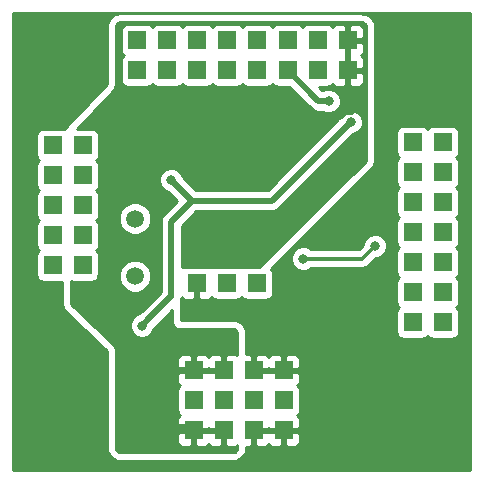
<source format=gbr>
G04 #@! TF.FileFunction,Copper,L1,Top,Signal*
%FSLAX46Y46*%
G04 Gerber Fmt 4.6, Leading zero omitted, Abs format (unit mm)*
G04 Created by KiCad (PCBNEW 0.201512211246+6391~39~ubuntu15.10.1-stable) date St 23. prosinec 2015, 13:52:33 CET*
%MOMM*%
G01*
G04 APERTURE LIST*
%ADD10C,0.150000*%
%ADD11R,1.524000X1.524000*%
%ADD12C,6.000000*%
%ADD13C,1.501140*%
%ADD14C,0.800000*%
%ADD15C,0.500000*%
%ADD16C,0.300000*%
%ADD17C,0.400000*%
%ADD18C,0.254000*%
G04 APERTURE END LIST*
D10*
D11*
X134033500Y-80202000D03*
X134033500Y-77662000D03*
X143876000Y-110682000D03*
X141336000Y-110682000D03*
X143876000Y-108142000D03*
X141336000Y-108142000D03*
X143876000Y-105602000D03*
X141336000Y-105602000D03*
X157338000Y-88838000D03*
X154798000Y-88838000D03*
X157338000Y-86298000D03*
X154798000Y-86298000D03*
X131493500Y-80202000D03*
X131493500Y-77662000D03*
X136573500Y-80202000D03*
X136573500Y-77662000D03*
X139113500Y-77662000D03*
X139113500Y-80202000D03*
X146748500Y-77660500D03*
X146748500Y-80200500D03*
X141653500Y-77662000D03*
X141653500Y-80202000D03*
X136510000Y-98236000D03*
X139050000Y-98236000D03*
X141590000Y-98236000D03*
X126858000Y-86552000D03*
X124318000Y-86552000D03*
X126858000Y-89092000D03*
X124318000Y-89092000D03*
X157338000Y-96458000D03*
X154798000Y-96458000D03*
X157338000Y-93918000D03*
X154798000Y-93918000D03*
X126858000Y-96712000D03*
X124318000Y-96712000D03*
X157338000Y-101538000D03*
X154798000Y-101538000D03*
X157338000Y-98998000D03*
X154798000Y-98998000D03*
X157338000Y-91378000D03*
X154798000Y-91378000D03*
X136256000Y-105602000D03*
X138796000Y-105602000D03*
X136256000Y-108142000D03*
X138796000Y-108142000D03*
X136256000Y-110682000D03*
X138796000Y-110682000D03*
X126858000Y-94172000D03*
X124318000Y-94172000D03*
X126858000Y-91632000D03*
X124318000Y-91632000D03*
D12*
X155560000Y-79440000D03*
X155560000Y-109920000D03*
X125080000Y-79440000D03*
X125080000Y-109920000D03*
D13*
X131303000Y-92747060D03*
X131303000Y-97628940D03*
D11*
X144208500Y-80200500D03*
X144208500Y-77660500D03*
X149288500Y-80200500D03*
X149288500Y-77660500D03*
D14*
X124079000Y-98996500D03*
X122809000Y-102298500D03*
X145542000Y-96139000D03*
X151623000Y-95061000D03*
X147701000Y-82804000D03*
X149542502Y-84582000D03*
X134351000Y-89472972D03*
X131886691Y-101808000D03*
X137731500Y-95885000D03*
X135826500Y-82931000D03*
X132334000Y-89789000D03*
X132207000Y-99504500D03*
X130937000Y-94996000D03*
X130873500Y-104219500D03*
X128333500Y-98933000D03*
X127684000Y-101030000D03*
X132700000Y-110394980D03*
X130287000Y-88711000D03*
X150431500Y-82550000D03*
X140447000Y-82869000D03*
X139431000Y-93029000D03*
X138669000Y-86298000D03*
X145337000Y-83504000D03*
X138033998Y-89600000D03*
D15*
X122809000Y-102298500D02*
X122809000Y-100266500D01*
X122809000Y-100266500D02*
X124079000Y-98996500D01*
D16*
X150545000Y-96139000D02*
X146107685Y-96139000D01*
X151623000Y-95061000D02*
X150545000Y-96139000D01*
X146107685Y-96139000D02*
X145542000Y-96139000D01*
D15*
X147135315Y-82804000D02*
X147701000Y-82804000D01*
X144208500Y-80200500D02*
X146812000Y-82804000D01*
X146812000Y-82804000D02*
X147135315Y-82804000D01*
X149142503Y-84981999D02*
X149542502Y-84582000D01*
X142885500Y-91239002D02*
X149142503Y-84981999D01*
X136117030Y-91239002D02*
X142885500Y-91239002D01*
X136117030Y-91239002D02*
X134351000Y-89472972D01*
X134351000Y-99343691D02*
X134351000Y-93005032D01*
X134351000Y-93005032D02*
X136117030Y-91239002D01*
X131886691Y-101808000D02*
X132503571Y-101191120D01*
X132503571Y-101191120D02*
X134351000Y-99343691D01*
D17*
X134351000Y-96602360D02*
X134351000Y-96031894D01*
X134351000Y-99343691D02*
X134351000Y-96602360D01*
X134351000Y-96602360D02*
X134351000Y-93005032D01*
D16*
X134351000Y-96031894D02*
X134351000Y-93005032D01*
X137731500Y-94728500D02*
X137731500Y-95319315D01*
X139431000Y-93029000D02*
X137731500Y-94728500D01*
X137731500Y-95319315D02*
X137731500Y-95885000D01*
X149145500Y-83774000D02*
X149638000Y-83774000D01*
X148665499Y-84254001D02*
X149145500Y-83774000D01*
X144610001Y-84254001D02*
X148665499Y-84254001D01*
X144130000Y-83774000D02*
X144610001Y-84254001D01*
X135888500Y-82869000D02*
X135826500Y-82931000D01*
X140447000Y-82869000D02*
X135888500Y-82869000D01*
D15*
X129921000Y-98933000D02*
X130492500Y-99504500D01*
X130492500Y-99504500D02*
X132207000Y-99504500D01*
X128333500Y-98933000D02*
X129921000Y-98933000D01*
X128333500Y-98933000D02*
X128333500Y-97599500D01*
X128333500Y-97599500D02*
X130937000Y-94996000D01*
X130873500Y-104219500D02*
X127684000Y-101030000D01*
X132700000Y-110394980D02*
X135968980Y-110394980D01*
X135968980Y-110394980D02*
X136256000Y-110682000D01*
X136256000Y-105602000D02*
X134994000Y-105602000D01*
X134994000Y-105602000D02*
X132700000Y-107896000D01*
X132700000Y-107896000D02*
X132700000Y-108645300D01*
X132700000Y-108645300D02*
X132700000Y-110394980D01*
D16*
X136256000Y-110682000D02*
X135194000Y-110682000D01*
X141012685Y-82869000D02*
X140447000Y-82869000D01*
X143225000Y-82869000D02*
X141012685Y-82869000D01*
X144130000Y-83774000D02*
X143225000Y-82869000D01*
X138669000Y-86298000D02*
X138669000Y-86863685D01*
X138669000Y-86863685D02*
X138669000Y-86679000D01*
X138433997Y-89200001D02*
X138033998Y-89600000D01*
X143859998Y-83774000D02*
X138433997Y-89200001D01*
X144130000Y-83774000D02*
X143859998Y-83774000D01*
D18*
G36*
X159676000Y-114036000D02*
X120964000Y-114036000D01*
X120964000Y-85790000D01*
X122908560Y-85790000D01*
X122908560Y-87314000D01*
X122952838Y-87549317D01*
X123091910Y-87765441D01*
X123173770Y-87821374D01*
X123104559Y-87865910D01*
X122959569Y-88078110D01*
X122908560Y-88330000D01*
X122908560Y-89854000D01*
X122952838Y-90089317D01*
X123091910Y-90305441D01*
X123173770Y-90361374D01*
X123104559Y-90405910D01*
X122959569Y-90618110D01*
X122908560Y-90870000D01*
X122908560Y-92394000D01*
X122952838Y-92629317D01*
X123091910Y-92845441D01*
X123173770Y-92901374D01*
X123104559Y-92945910D01*
X122959569Y-93158110D01*
X122908560Y-93410000D01*
X122908560Y-94934000D01*
X122952838Y-95169317D01*
X123091910Y-95385441D01*
X123173770Y-95441374D01*
X123104559Y-95485910D01*
X122959569Y-95698110D01*
X122908560Y-95950000D01*
X122908560Y-97474000D01*
X122952838Y-97709317D01*
X123091910Y-97925441D01*
X123304110Y-98070431D01*
X123556000Y-98121440D01*
X125080000Y-98121440D01*
X125095000Y-98118618D01*
X125095000Y-99827481D01*
X125100687Y-99912276D01*
X125118519Y-100044618D01*
X125163408Y-100208165D01*
X125215633Y-100331066D01*
X125302206Y-100476893D01*
X125385098Y-100581589D01*
X125442195Y-100644542D01*
X128905000Y-103983357D01*
X128905000Y-112149000D01*
X128917201Y-112272881D01*
X128955261Y-112464223D01*
X129050078Y-112693132D01*
X129158465Y-112855343D01*
X129333657Y-113030535D01*
X129495868Y-113138922D01*
X129724777Y-113233739D01*
X129916119Y-113271799D01*
X130040000Y-113284000D01*
X139581000Y-113284000D01*
X139704881Y-113271799D01*
X139896223Y-113233739D01*
X140125132Y-113138922D01*
X140287343Y-113030535D01*
X140462535Y-112855343D01*
X140570922Y-112693132D01*
X140665739Y-112464223D01*
X140703799Y-112272881D01*
X140716000Y-112149000D01*
X140716000Y-112079000D01*
X141050250Y-112079000D01*
X141209000Y-111920250D01*
X141209000Y-110809000D01*
X141463000Y-110809000D01*
X141463000Y-111920250D01*
X141621750Y-112079000D01*
X142224309Y-112079000D01*
X142457698Y-111982327D01*
X142606000Y-111834026D01*
X142754302Y-111982327D01*
X142987691Y-112079000D01*
X143590250Y-112079000D01*
X143749000Y-111920250D01*
X143749000Y-110809000D01*
X144003000Y-110809000D01*
X144003000Y-111920250D01*
X144161750Y-112079000D01*
X144764309Y-112079000D01*
X144997698Y-111982327D01*
X145176327Y-111803699D01*
X145273000Y-111570310D01*
X145273000Y-110967750D01*
X145114250Y-110809000D01*
X144003000Y-110809000D01*
X143749000Y-110809000D01*
X142637750Y-110809000D01*
X142606000Y-110840750D01*
X142574250Y-110809000D01*
X141463000Y-110809000D01*
X141209000Y-110809000D01*
X141189000Y-110809000D01*
X141189000Y-110555000D01*
X141209000Y-110555000D01*
X141209000Y-110535000D01*
X141463000Y-110535000D01*
X141463000Y-110555000D01*
X142574250Y-110555000D01*
X142606000Y-110523250D01*
X142637750Y-110555000D01*
X143749000Y-110555000D01*
X143749000Y-110535000D01*
X144003000Y-110535000D01*
X144003000Y-110555000D01*
X145114250Y-110555000D01*
X145273000Y-110396250D01*
X145273000Y-109793690D01*
X145176327Y-109560301D01*
X145025354Y-109409329D01*
X145089441Y-109368090D01*
X145234431Y-109155890D01*
X145285440Y-108904000D01*
X145285440Y-107380000D01*
X145241162Y-107144683D01*
X145102090Y-106928559D01*
X145024489Y-106875536D01*
X145176327Y-106723699D01*
X145273000Y-106490310D01*
X145273000Y-105887750D01*
X145114250Y-105729000D01*
X144003000Y-105729000D01*
X144003000Y-105749000D01*
X143749000Y-105749000D01*
X143749000Y-105729000D01*
X142637750Y-105729000D01*
X142606000Y-105760750D01*
X142574250Y-105729000D01*
X141463000Y-105729000D01*
X141463000Y-105749000D01*
X141209000Y-105749000D01*
X141209000Y-105729000D01*
X141189000Y-105729000D01*
X141189000Y-105475000D01*
X141209000Y-105475000D01*
X141209000Y-104363750D01*
X141463000Y-104363750D01*
X141463000Y-105475000D01*
X142574250Y-105475000D01*
X142606000Y-105443250D01*
X142637750Y-105475000D01*
X143749000Y-105475000D01*
X143749000Y-104363750D01*
X144003000Y-104363750D01*
X144003000Y-105475000D01*
X145114250Y-105475000D01*
X145273000Y-105316250D01*
X145273000Y-104713690D01*
X145176327Y-104480301D01*
X144997698Y-104301673D01*
X144764309Y-104205000D01*
X144161750Y-104205000D01*
X144003000Y-104363750D01*
X143749000Y-104363750D01*
X143590250Y-104205000D01*
X142987691Y-104205000D01*
X142754302Y-104301673D01*
X142606000Y-104449974D01*
X142457698Y-104301673D01*
X142224309Y-104205000D01*
X141621750Y-104205000D01*
X141463000Y-104363750D01*
X141209000Y-104363750D01*
X141050250Y-104205000D01*
X140716000Y-104205000D01*
X140716000Y-102467790D01*
X140708132Y-102368138D01*
X140683504Y-102213148D01*
X140621723Y-102023657D01*
X140550264Y-101883936D01*
X140432787Y-101722931D01*
X140321537Y-101612243D01*
X140159941Y-101495584D01*
X140019860Y-101424833D01*
X139830061Y-101364012D01*
X139674948Y-101340168D01*
X139575255Y-101332804D01*
X135191500Y-101354992D01*
X135191500Y-99567408D01*
X135229309Y-99377334D01*
X135388301Y-99536327D01*
X135621690Y-99633000D01*
X136224250Y-99633000D01*
X136383000Y-99474250D01*
X136383000Y-98363000D01*
X136363000Y-98363000D01*
X136363000Y-98109000D01*
X136383000Y-98109000D01*
X136383000Y-98089000D01*
X136637000Y-98089000D01*
X136637000Y-98109000D01*
X136657000Y-98109000D01*
X136657000Y-98363000D01*
X136637000Y-98363000D01*
X136637000Y-99474250D01*
X136795750Y-99633000D01*
X137398310Y-99633000D01*
X137631699Y-99536327D01*
X137782671Y-99385354D01*
X137823910Y-99449441D01*
X138036110Y-99594431D01*
X138288000Y-99645440D01*
X139812000Y-99645440D01*
X140047317Y-99601162D01*
X140263441Y-99462090D01*
X140319374Y-99380230D01*
X140363910Y-99449441D01*
X140576110Y-99594431D01*
X140828000Y-99645440D01*
X142352000Y-99645440D01*
X142587317Y-99601162D01*
X142803441Y-99462090D01*
X142948431Y-99249890D01*
X142999440Y-98998000D01*
X142999440Y-97474000D01*
X142955162Y-97238683D01*
X142816090Y-97022559D01*
X142784692Y-97001106D01*
X143443055Y-96343971D01*
X144506821Y-96343971D01*
X144664058Y-96724515D01*
X144954954Y-97015919D01*
X145335223Y-97173820D01*
X145746971Y-97174179D01*
X146127515Y-97016942D01*
X146220619Y-96924000D01*
X150545000Y-96924000D01*
X150845407Y-96864245D01*
X151100079Y-96694079D01*
X151698092Y-96096066D01*
X151827971Y-96096179D01*
X152208515Y-95938942D01*
X152499919Y-95648046D01*
X152657820Y-95267777D01*
X152658179Y-94856029D01*
X152500942Y-94475485D01*
X152210046Y-94184081D01*
X151829777Y-94026180D01*
X151418029Y-94025821D01*
X151037485Y-94183058D01*
X150746081Y-94473954D01*
X150588180Y-94854223D01*
X150588065Y-94985777D01*
X150219842Y-95354000D01*
X146220805Y-95354000D01*
X146129046Y-95262081D01*
X145748777Y-95104180D01*
X145337029Y-95103821D01*
X144956485Y-95261058D01*
X144665081Y-95551954D01*
X144507180Y-95932223D01*
X144506821Y-96343971D01*
X143443055Y-96343971D01*
X151289816Y-88511857D01*
X151344701Y-88449380D01*
X151424335Y-88345766D01*
X151507407Y-88202090D01*
X151557473Y-88081380D01*
X151600478Y-87921082D01*
X151617555Y-87791523D01*
X151623000Y-87708542D01*
X151623000Y-85536000D01*
X153388560Y-85536000D01*
X153388560Y-87060000D01*
X153432838Y-87295317D01*
X153571910Y-87511441D01*
X153653770Y-87567374D01*
X153584559Y-87611910D01*
X153439569Y-87824110D01*
X153388560Y-88076000D01*
X153388560Y-89600000D01*
X153432838Y-89835317D01*
X153571910Y-90051441D01*
X153653770Y-90107374D01*
X153584559Y-90151910D01*
X153439569Y-90364110D01*
X153388560Y-90616000D01*
X153388560Y-92140000D01*
X153432838Y-92375317D01*
X153571910Y-92591441D01*
X153653770Y-92647374D01*
X153584559Y-92691910D01*
X153439569Y-92904110D01*
X153388560Y-93156000D01*
X153388560Y-94680000D01*
X153432838Y-94915317D01*
X153571910Y-95131441D01*
X153653770Y-95187374D01*
X153584559Y-95231910D01*
X153439569Y-95444110D01*
X153388560Y-95696000D01*
X153388560Y-97220000D01*
X153432838Y-97455317D01*
X153571910Y-97671441D01*
X153653770Y-97727374D01*
X153584559Y-97771910D01*
X153439569Y-97984110D01*
X153388560Y-98236000D01*
X153388560Y-99760000D01*
X153432838Y-99995317D01*
X153571910Y-100211441D01*
X153653770Y-100267374D01*
X153584559Y-100311910D01*
X153439569Y-100524110D01*
X153388560Y-100776000D01*
X153388560Y-102300000D01*
X153432838Y-102535317D01*
X153571910Y-102751441D01*
X153784110Y-102896431D01*
X154036000Y-102947440D01*
X155560000Y-102947440D01*
X155795317Y-102903162D01*
X156011441Y-102764090D01*
X156067374Y-102682230D01*
X156111910Y-102751441D01*
X156324110Y-102896431D01*
X156576000Y-102947440D01*
X158100000Y-102947440D01*
X158335317Y-102903162D01*
X158551441Y-102764090D01*
X158696431Y-102551890D01*
X158747440Y-102300000D01*
X158747440Y-100776000D01*
X158703162Y-100540683D01*
X158564090Y-100324559D01*
X158482230Y-100268626D01*
X158551441Y-100224090D01*
X158696431Y-100011890D01*
X158747440Y-99760000D01*
X158747440Y-98236000D01*
X158703162Y-98000683D01*
X158564090Y-97784559D01*
X158482230Y-97728626D01*
X158551441Y-97684090D01*
X158696431Y-97471890D01*
X158747440Y-97220000D01*
X158747440Y-95696000D01*
X158703162Y-95460683D01*
X158564090Y-95244559D01*
X158482230Y-95188626D01*
X158551441Y-95144090D01*
X158696431Y-94931890D01*
X158747440Y-94680000D01*
X158747440Y-93156000D01*
X158703162Y-92920683D01*
X158564090Y-92704559D01*
X158482230Y-92648626D01*
X158551441Y-92604090D01*
X158696431Y-92391890D01*
X158747440Y-92140000D01*
X158747440Y-90616000D01*
X158703162Y-90380683D01*
X158564090Y-90164559D01*
X158482230Y-90108626D01*
X158551441Y-90064090D01*
X158696431Y-89851890D01*
X158747440Y-89600000D01*
X158747440Y-88076000D01*
X158703162Y-87840683D01*
X158564090Y-87624559D01*
X158482230Y-87568626D01*
X158551441Y-87524090D01*
X158696431Y-87311890D01*
X158747440Y-87060000D01*
X158747440Y-85536000D01*
X158703162Y-85300683D01*
X158564090Y-85084559D01*
X158351890Y-84939569D01*
X158100000Y-84888560D01*
X156576000Y-84888560D01*
X156340683Y-84932838D01*
X156124559Y-85071910D01*
X156068626Y-85153770D01*
X156024090Y-85084559D01*
X155811890Y-84939569D01*
X155560000Y-84888560D01*
X154036000Y-84888560D01*
X153800683Y-84932838D01*
X153584559Y-85071910D01*
X153439569Y-85284110D01*
X153388560Y-85536000D01*
X151623000Y-85536000D01*
X151623000Y-76510964D01*
X151610800Y-76387086D01*
X151572743Y-76195753D01*
X151477936Y-75966858D01*
X151369559Y-75804651D01*
X151194377Y-75629456D01*
X151032177Y-75521067D01*
X150803289Y-75426245D01*
X150611959Y-75388174D01*
X150488081Y-75375964D01*
X130040081Y-75374509D01*
X129940740Y-75382321D01*
X129786223Y-75406784D01*
X129597263Y-75468168D01*
X129457869Y-75539184D01*
X129297130Y-75655957D01*
X129186505Y-75766573D01*
X129069717Y-75927308D01*
X128998691Y-76066697D01*
X128937293Y-76255653D01*
X128912819Y-76410169D01*
X128905000Y-76509509D01*
X128905000Y-81358795D01*
X128903824Y-81364911D01*
X128900463Y-81370156D01*
X125407195Y-85046622D01*
X125332885Y-85141413D01*
X125303188Y-85187757D01*
X125080000Y-85142560D01*
X123556000Y-85142560D01*
X123320683Y-85186838D01*
X123104559Y-85325910D01*
X122959569Y-85538110D01*
X122908560Y-85790000D01*
X120964000Y-85790000D01*
X120964000Y-75324000D01*
X159676000Y-75324000D01*
X159676000Y-114036000D01*
X159676000Y-114036000D01*
G37*
X159676000Y-114036000D02*
X120964000Y-114036000D01*
X120964000Y-85790000D01*
X122908560Y-85790000D01*
X122908560Y-87314000D01*
X122952838Y-87549317D01*
X123091910Y-87765441D01*
X123173770Y-87821374D01*
X123104559Y-87865910D01*
X122959569Y-88078110D01*
X122908560Y-88330000D01*
X122908560Y-89854000D01*
X122952838Y-90089317D01*
X123091910Y-90305441D01*
X123173770Y-90361374D01*
X123104559Y-90405910D01*
X122959569Y-90618110D01*
X122908560Y-90870000D01*
X122908560Y-92394000D01*
X122952838Y-92629317D01*
X123091910Y-92845441D01*
X123173770Y-92901374D01*
X123104559Y-92945910D01*
X122959569Y-93158110D01*
X122908560Y-93410000D01*
X122908560Y-94934000D01*
X122952838Y-95169317D01*
X123091910Y-95385441D01*
X123173770Y-95441374D01*
X123104559Y-95485910D01*
X122959569Y-95698110D01*
X122908560Y-95950000D01*
X122908560Y-97474000D01*
X122952838Y-97709317D01*
X123091910Y-97925441D01*
X123304110Y-98070431D01*
X123556000Y-98121440D01*
X125080000Y-98121440D01*
X125095000Y-98118618D01*
X125095000Y-99827481D01*
X125100687Y-99912276D01*
X125118519Y-100044618D01*
X125163408Y-100208165D01*
X125215633Y-100331066D01*
X125302206Y-100476893D01*
X125385098Y-100581589D01*
X125442195Y-100644542D01*
X128905000Y-103983357D01*
X128905000Y-112149000D01*
X128917201Y-112272881D01*
X128955261Y-112464223D01*
X129050078Y-112693132D01*
X129158465Y-112855343D01*
X129333657Y-113030535D01*
X129495868Y-113138922D01*
X129724777Y-113233739D01*
X129916119Y-113271799D01*
X130040000Y-113284000D01*
X139581000Y-113284000D01*
X139704881Y-113271799D01*
X139896223Y-113233739D01*
X140125132Y-113138922D01*
X140287343Y-113030535D01*
X140462535Y-112855343D01*
X140570922Y-112693132D01*
X140665739Y-112464223D01*
X140703799Y-112272881D01*
X140716000Y-112149000D01*
X140716000Y-112079000D01*
X141050250Y-112079000D01*
X141209000Y-111920250D01*
X141209000Y-110809000D01*
X141463000Y-110809000D01*
X141463000Y-111920250D01*
X141621750Y-112079000D01*
X142224309Y-112079000D01*
X142457698Y-111982327D01*
X142606000Y-111834026D01*
X142754302Y-111982327D01*
X142987691Y-112079000D01*
X143590250Y-112079000D01*
X143749000Y-111920250D01*
X143749000Y-110809000D01*
X144003000Y-110809000D01*
X144003000Y-111920250D01*
X144161750Y-112079000D01*
X144764309Y-112079000D01*
X144997698Y-111982327D01*
X145176327Y-111803699D01*
X145273000Y-111570310D01*
X145273000Y-110967750D01*
X145114250Y-110809000D01*
X144003000Y-110809000D01*
X143749000Y-110809000D01*
X142637750Y-110809000D01*
X142606000Y-110840750D01*
X142574250Y-110809000D01*
X141463000Y-110809000D01*
X141209000Y-110809000D01*
X141189000Y-110809000D01*
X141189000Y-110555000D01*
X141209000Y-110555000D01*
X141209000Y-110535000D01*
X141463000Y-110535000D01*
X141463000Y-110555000D01*
X142574250Y-110555000D01*
X142606000Y-110523250D01*
X142637750Y-110555000D01*
X143749000Y-110555000D01*
X143749000Y-110535000D01*
X144003000Y-110535000D01*
X144003000Y-110555000D01*
X145114250Y-110555000D01*
X145273000Y-110396250D01*
X145273000Y-109793690D01*
X145176327Y-109560301D01*
X145025354Y-109409329D01*
X145089441Y-109368090D01*
X145234431Y-109155890D01*
X145285440Y-108904000D01*
X145285440Y-107380000D01*
X145241162Y-107144683D01*
X145102090Y-106928559D01*
X145024489Y-106875536D01*
X145176327Y-106723699D01*
X145273000Y-106490310D01*
X145273000Y-105887750D01*
X145114250Y-105729000D01*
X144003000Y-105729000D01*
X144003000Y-105749000D01*
X143749000Y-105749000D01*
X143749000Y-105729000D01*
X142637750Y-105729000D01*
X142606000Y-105760750D01*
X142574250Y-105729000D01*
X141463000Y-105729000D01*
X141463000Y-105749000D01*
X141209000Y-105749000D01*
X141209000Y-105729000D01*
X141189000Y-105729000D01*
X141189000Y-105475000D01*
X141209000Y-105475000D01*
X141209000Y-104363750D01*
X141463000Y-104363750D01*
X141463000Y-105475000D01*
X142574250Y-105475000D01*
X142606000Y-105443250D01*
X142637750Y-105475000D01*
X143749000Y-105475000D01*
X143749000Y-104363750D01*
X144003000Y-104363750D01*
X144003000Y-105475000D01*
X145114250Y-105475000D01*
X145273000Y-105316250D01*
X145273000Y-104713690D01*
X145176327Y-104480301D01*
X144997698Y-104301673D01*
X144764309Y-104205000D01*
X144161750Y-104205000D01*
X144003000Y-104363750D01*
X143749000Y-104363750D01*
X143590250Y-104205000D01*
X142987691Y-104205000D01*
X142754302Y-104301673D01*
X142606000Y-104449974D01*
X142457698Y-104301673D01*
X142224309Y-104205000D01*
X141621750Y-104205000D01*
X141463000Y-104363750D01*
X141209000Y-104363750D01*
X141050250Y-104205000D01*
X140716000Y-104205000D01*
X140716000Y-102467790D01*
X140708132Y-102368138D01*
X140683504Y-102213148D01*
X140621723Y-102023657D01*
X140550264Y-101883936D01*
X140432787Y-101722931D01*
X140321537Y-101612243D01*
X140159941Y-101495584D01*
X140019860Y-101424833D01*
X139830061Y-101364012D01*
X139674948Y-101340168D01*
X139575255Y-101332804D01*
X135191500Y-101354992D01*
X135191500Y-99567408D01*
X135229309Y-99377334D01*
X135388301Y-99536327D01*
X135621690Y-99633000D01*
X136224250Y-99633000D01*
X136383000Y-99474250D01*
X136383000Y-98363000D01*
X136363000Y-98363000D01*
X136363000Y-98109000D01*
X136383000Y-98109000D01*
X136383000Y-98089000D01*
X136637000Y-98089000D01*
X136637000Y-98109000D01*
X136657000Y-98109000D01*
X136657000Y-98363000D01*
X136637000Y-98363000D01*
X136637000Y-99474250D01*
X136795750Y-99633000D01*
X137398310Y-99633000D01*
X137631699Y-99536327D01*
X137782671Y-99385354D01*
X137823910Y-99449441D01*
X138036110Y-99594431D01*
X138288000Y-99645440D01*
X139812000Y-99645440D01*
X140047317Y-99601162D01*
X140263441Y-99462090D01*
X140319374Y-99380230D01*
X140363910Y-99449441D01*
X140576110Y-99594431D01*
X140828000Y-99645440D01*
X142352000Y-99645440D01*
X142587317Y-99601162D01*
X142803441Y-99462090D01*
X142948431Y-99249890D01*
X142999440Y-98998000D01*
X142999440Y-97474000D01*
X142955162Y-97238683D01*
X142816090Y-97022559D01*
X142784692Y-97001106D01*
X143443055Y-96343971D01*
X144506821Y-96343971D01*
X144664058Y-96724515D01*
X144954954Y-97015919D01*
X145335223Y-97173820D01*
X145746971Y-97174179D01*
X146127515Y-97016942D01*
X146220619Y-96924000D01*
X150545000Y-96924000D01*
X150845407Y-96864245D01*
X151100079Y-96694079D01*
X151698092Y-96096066D01*
X151827971Y-96096179D01*
X152208515Y-95938942D01*
X152499919Y-95648046D01*
X152657820Y-95267777D01*
X152658179Y-94856029D01*
X152500942Y-94475485D01*
X152210046Y-94184081D01*
X151829777Y-94026180D01*
X151418029Y-94025821D01*
X151037485Y-94183058D01*
X150746081Y-94473954D01*
X150588180Y-94854223D01*
X150588065Y-94985777D01*
X150219842Y-95354000D01*
X146220805Y-95354000D01*
X146129046Y-95262081D01*
X145748777Y-95104180D01*
X145337029Y-95103821D01*
X144956485Y-95261058D01*
X144665081Y-95551954D01*
X144507180Y-95932223D01*
X144506821Y-96343971D01*
X143443055Y-96343971D01*
X151289816Y-88511857D01*
X151344701Y-88449380D01*
X151424335Y-88345766D01*
X151507407Y-88202090D01*
X151557473Y-88081380D01*
X151600478Y-87921082D01*
X151617555Y-87791523D01*
X151623000Y-87708542D01*
X151623000Y-85536000D01*
X153388560Y-85536000D01*
X153388560Y-87060000D01*
X153432838Y-87295317D01*
X153571910Y-87511441D01*
X153653770Y-87567374D01*
X153584559Y-87611910D01*
X153439569Y-87824110D01*
X153388560Y-88076000D01*
X153388560Y-89600000D01*
X153432838Y-89835317D01*
X153571910Y-90051441D01*
X153653770Y-90107374D01*
X153584559Y-90151910D01*
X153439569Y-90364110D01*
X153388560Y-90616000D01*
X153388560Y-92140000D01*
X153432838Y-92375317D01*
X153571910Y-92591441D01*
X153653770Y-92647374D01*
X153584559Y-92691910D01*
X153439569Y-92904110D01*
X153388560Y-93156000D01*
X153388560Y-94680000D01*
X153432838Y-94915317D01*
X153571910Y-95131441D01*
X153653770Y-95187374D01*
X153584559Y-95231910D01*
X153439569Y-95444110D01*
X153388560Y-95696000D01*
X153388560Y-97220000D01*
X153432838Y-97455317D01*
X153571910Y-97671441D01*
X153653770Y-97727374D01*
X153584559Y-97771910D01*
X153439569Y-97984110D01*
X153388560Y-98236000D01*
X153388560Y-99760000D01*
X153432838Y-99995317D01*
X153571910Y-100211441D01*
X153653770Y-100267374D01*
X153584559Y-100311910D01*
X153439569Y-100524110D01*
X153388560Y-100776000D01*
X153388560Y-102300000D01*
X153432838Y-102535317D01*
X153571910Y-102751441D01*
X153784110Y-102896431D01*
X154036000Y-102947440D01*
X155560000Y-102947440D01*
X155795317Y-102903162D01*
X156011441Y-102764090D01*
X156067374Y-102682230D01*
X156111910Y-102751441D01*
X156324110Y-102896431D01*
X156576000Y-102947440D01*
X158100000Y-102947440D01*
X158335317Y-102903162D01*
X158551441Y-102764090D01*
X158696431Y-102551890D01*
X158747440Y-102300000D01*
X158747440Y-100776000D01*
X158703162Y-100540683D01*
X158564090Y-100324559D01*
X158482230Y-100268626D01*
X158551441Y-100224090D01*
X158696431Y-100011890D01*
X158747440Y-99760000D01*
X158747440Y-98236000D01*
X158703162Y-98000683D01*
X158564090Y-97784559D01*
X158482230Y-97728626D01*
X158551441Y-97684090D01*
X158696431Y-97471890D01*
X158747440Y-97220000D01*
X158747440Y-95696000D01*
X158703162Y-95460683D01*
X158564090Y-95244559D01*
X158482230Y-95188626D01*
X158551441Y-95144090D01*
X158696431Y-94931890D01*
X158747440Y-94680000D01*
X158747440Y-93156000D01*
X158703162Y-92920683D01*
X158564090Y-92704559D01*
X158482230Y-92648626D01*
X158551441Y-92604090D01*
X158696431Y-92391890D01*
X158747440Y-92140000D01*
X158747440Y-90616000D01*
X158703162Y-90380683D01*
X158564090Y-90164559D01*
X158482230Y-90108626D01*
X158551441Y-90064090D01*
X158696431Y-89851890D01*
X158747440Y-89600000D01*
X158747440Y-88076000D01*
X158703162Y-87840683D01*
X158564090Y-87624559D01*
X158482230Y-87568626D01*
X158551441Y-87524090D01*
X158696431Y-87311890D01*
X158747440Y-87060000D01*
X158747440Y-85536000D01*
X158703162Y-85300683D01*
X158564090Y-85084559D01*
X158351890Y-84939569D01*
X158100000Y-84888560D01*
X156576000Y-84888560D01*
X156340683Y-84932838D01*
X156124559Y-85071910D01*
X156068626Y-85153770D01*
X156024090Y-85084559D01*
X155811890Y-84939569D01*
X155560000Y-84888560D01*
X154036000Y-84888560D01*
X153800683Y-84932838D01*
X153584559Y-85071910D01*
X153439569Y-85284110D01*
X153388560Y-85536000D01*
X151623000Y-85536000D01*
X151623000Y-76510964D01*
X151610800Y-76387086D01*
X151572743Y-76195753D01*
X151477936Y-75966858D01*
X151369559Y-75804651D01*
X151194377Y-75629456D01*
X151032177Y-75521067D01*
X150803289Y-75426245D01*
X150611959Y-75388174D01*
X150488081Y-75375964D01*
X130040081Y-75374509D01*
X129940740Y-75382321D01*
X129786223Y-75406784D01*
X129597263Y-75468168D01*
X129457869Y-75539184D01*
X129297130Y-75655957D01*
X129186505Y-75766573D01*
X129069717Y-75927308D01*
X128998691Y-76066697D01*
X128937293Y-76255653D01*
X128912819Y-76410169D01*
X128905000Y-76509509D01*
X128905000Y-81358795D01*
X128903824Y-81364911D01*
X128900463Y-81370156D01*
X125407195Y-85046622D01*
X125332885Y-85141413D01*
X125303188Y-85187757D01*
X125080000Y-85142560D01*
X123556000Y-85142560D01*
X123320683Y-85186838D01*
X123104559Y-85325910D01*
X122959569Y-85538110D01*
X122908560Y-85790000D01*
X120964000Y-85790000D01*
X120964000Y-75324000D01*
X159676000Y-75324000D01*
X159676000Y-114036000D01*
G36*
X150475519Y-76137963D02*
X150629806Y-76168663D01*
X150750000Y-76248982D01*
X150830311Y-76369183D01*
X150861000Y-76523473D01*
X150861000Y-87700208D01*
X150847200Y-87804908D01*
X150809960Y-87894692D01*
X150745605Y-87978427D01*
X141988013Y-96719672D01*
X141857300Y-96806879D01*
X141758237Y-96826560D01*
X140828000Y-96826560D01*
X140769859Y-96837500D01*
X139866023Y-96837500D01*
X139812000Y-96826560D01*
X138288000Y-96826560D01*
X138229859Y-96837500D01*
X137326023Y-96837500D01*
X137272000Y-96826560D01*
X135748000Y-96826560D01*
X135689859Y-96837500D01*
X135236000Y-96837500D01*
X135236000Y-93371612D01*
X136483609Y-92124002D01*
X142885495Y-92124002D01*
X142885500Y-92124003D01*
X143167984Y-92067812D01*
X143224175Y-92056635D01*
X143511290Y-91864792D01*
X143511291Y-91864791D01*
X149766949Y-85609132D01*
X150128017Y-85459942D01*
X150419421Y-85169046D01*
X150577322Y-84788777D01*
X150577681Y-84377029D01*
X150420444Y-83996485D01*
X150129548Y-83705081D01*
X149749279Y-83547180D01*
X149337531Y-83546821D01*
X148956987Y-83704058D01*
X148665583Y-83994954D01*
X148514770Y-84358153D01*
X142518920Y-90354002D01*
X136483609Y-90354002D01*
X135378131Y-89248523D01*
X135228942Y-88887457D01*
X134938046Y-88596053D01*
X134557777Y-88438152D01*
X134146029Y-88437793D01*
X133765485Y-88595030D01*
X133474081Y-88885926D01*
X133316180Y-89266195D01*
X133315821Y-89677943D01*
X133473058Y-90058487D01*
X133763954Y-90349891D01*
X134127152Y-90500703D01*
X134865451Y-91239002D01*
X133725210Y-92379242D01*
X133533367Y-92666357D01*
X133533367Y-92666358D01*
X133465999Y-93005032D01*
X133466000Y-93005037D01*
X133466000Y-98977112D01*
X131877781Y-100565330D01*
X131877779Y-100565333D01*
X131662243Y-100780869D01*
X131301176Y-100930058D01*
X131009772Y-101220954D01*
X130851871Y-101601223D01*
X130851512Y-102012971D01*
X131008749Y-102393515D01*
X131299645Y-102684919D01*
X131679914Y-102842820D01*
X132091662Y-102843179D01*
X132472206Y-102685942D01*
X132763610Y-102395046D01*
X132914423Y-102031848D01*
X133129358Y-101816912D01*
X133129361Y-101816910D01*
X134429500Y-100516770D01*
X134429500Y-101490677D01*
X134431074Y-101510607D01*
X134455702Y-101665597D01*
X134468058Y-101703496D01*
X134539517Y-101843217D01*
X134563012Y-101875418D01*
X134674262Y-101986106D01*
X134706581Y-102009437D01*
X134846662Y-102080188D01*
X134884622Y-102092353D01*
X135039735Y-102116197D01*
X135059674Y-102117669D01*
X139569079Y-102094845D01*
X139694342Y-102114100D01*
X139798393Y-102166654D01*
X139881032Y-102248876D01*
X139934113Y-102352663D01*
X139954000Y-102477814D01*
X139954000Y-104337975D01*
X139917698Y-104301673D01*
X139684309Y-104205000D01*
X139081750Y-104205000D01*
X138923000Y-104363750D01*
X138923000Y-105475000D01*
X138943000Y-105475000D01*
X138943000Y-105729000D01*
X138923000Y-105729000D01*
X138923000Y-105749000D01*
X138669000Y-105749000D01*
X138669000Y-105729000D01*
X137557750Y-105729000D01*
X137526000Y-105760750D01*
X137494250Y-105729000D01*
X136383000Y-105729000D01*
X136383000Y-105749000D01*
X136129000Y-105749000D01*
X136129000Y-105729000D01*
X135017750Y-105729000D01*
X134859000Y-105887750D01*
X134859000Y-106490310D01*
X134955673Y-106723699D01*
X135106646Y-106874671D01*
X135042559Y-106915910D01*
X134897569Y-107128110D01*
X134846560Y-107380000D01*
X134846560Y-108904000D01*
X134890838Y-109139317D01*
X135029910Y-109355441D01*
X135107511Y-109408464D01*
X134955673Y-109560301D01*
X134859000Y-109793690D01*
X134859000Y-110396250D01*
X135017750Y-110555000D01*
X136129000Y-110555000D01*
X136129000Y-110535000D01*
X136383000Y-110535000D01*
X136383000Y-110555000D01*
X137494250Y-110555000D01*
X137526000Y-110523250D01*
X137557750Y-110555000D01*
X138669000Y-110555000D01*
X138669000Y-110535000D01*
X138923000Y-110535000D01*
X138923000Y-110555000D01*
X138943000Y-110555000D01*
X138943000Y-110809000D01*
X138923000Y-110809000D01*
X138923000Y-111920250D01*
X139081750Y-112079000D01*
X139684309Y-112079000D01*
X139917698Y-111982327D01*
X139954000Y-111946025D01*
X139954000Y-112136491D01*
X139923308Y-112290790D01*
X139842991Y-112410991D01*
X139722790Y-112491308D01*
X139568491Y-112522000D01*
X130052509Y-112522000D01*
X129898210Y-112491308D01*
X129778009Y-112410991D01*
X129697692Y-112290790D01*
X129667000Y-112136491D01*
X129667000Y-110967750D01*
X134859000Y-110967750D01*
X134859000Y-111570310D01*
X134955673Y-111803699D01*
X135134302Y-111982327D01*
X135367691Y-112079000D01*
X135970250Y-112079000D01*
X136129000Y-111920250D01*
X136129000Y-110809000D01*
X136383000Y-110809000D01*
X136383000Y-111920250D01*
X136541750Y-112079000D01*
X137144309Y-112079000D01*
X137377698Y-111982327D01*
X137526000Y-111834026D01*
X137674302Y-111982327D01*
X137907691Y-112079000D01*
X138510250Y-112079000D01*
X138669000Y-111920250D01*
X138669000Y-110809000D01*
X137557750Y-110809000D01*
X137526000Y-110840750D01*
X137494250Y-110809000D01*
X136383000Y-110809000D01*
X136129000Y-110809000D01*
X135017750Y-110809000D01*
X134859000Y-110967750D01*
X129667000Y-110967750D01*
X129667000Y-104713690D01*
X134859000Y-104713690D01*
X134859000Y-105316250D01*
X135017750Y-105475000D01*
X136129000Y-105475000D01*
X136129000Y-104363750D01*
X136383000Y-104363750D01*
X136383000Y-105475000D01*
X137494250Y-105475000D01*
X137526000Y-105443250D01*
X137557750Y-105475000D01*
X138669000Y-105475000D01*
X138669000Y-104363750D01*
X138510250Y-104205000D01*
X137907691Y-104205000D01*
X137674302Y-104301673D01*
X137526000Y-104449974D01*
X137377698Y-104301673D01*
X137144309Y-104205000D01*
X136541750Y-104205000D01*
X136383000Y-104363750D01*
X136129000Y-104363750D01*
X135970250Y-104205000D01*
X135367691Y-104205000D01*
X135134302Y-104301673D01*
X134955673Y-104480301D01*
X134859000Y-104713690D01*
X129667000Y-104713690D01*
X129667000Y-103925992D01*
X129665863Y-103909033D01*
X129648031Y-103776691D01*
X129639053Y-103743982D01*
X129586828Y-103621081D01*
X129569513Y-103591915D01*
X129486621Y-103487219D01*
X129475202Y-103474629D01*
X125977232Y-100101909D01*
X125910250Y-100017307D01*
X125871410Y-99925906D01*
X125857000Y-99818960D01*
X125857000Y-98073041D01*
X126096000Y-98121440D01*
X127620000Y-98121440D01*
X127855317Y-98077162D01*
X128071441Y-97938090D01*
X128095186Y-97903338D01*
X129917190Y-97903338D01*
X130127686Y-98412777D01*
X130517113Y-98802884D01*
X131026184Y-99014269D01*
X131577398Y-99014750D01*
X132086837Y-98804254D01*
X132476944Y-98414827D01*
X132688329Y-97905756D01*
X132688810Y-97354542D01*
X132478314Y-96845103D01*
X132088887Y-96454996D01*
X131579816Y-96243611D01*
X131028602Y-96243130D01*
X130519163Y-96453626D01*
X130129056Y-96843053D01*
X129917671Y-97352124D01*
X129917190Y-97903338D01*
X128095186Y-97903338D01*
X128216431Y-97725890D01*
X128267440Y-97474000D01*
X128267440Y-95950000D01*
X128223162Y-95714683D01*
X128084090Y-95498559D01*
X128002230Y-95442626D01*
X128071441Y-95398090D01*
X128216431Y-95185890D01*
X128267440Y-94934000D01*
X128267440Y-93410000D01*
X128223162Y-93174683D01*
X128124565Y-93021458D01*
X129917190Y-93021458D01*
X130127686Y-93530897D01*
X130517113Y-93921004D01*
X131026184Y-94132389D01*
X131577398Y-94132870D01*
X132086837Y-93922374D01*
X132476944Y-93532947D01*
X132688329Y-93023876D01*
X132688810Y-92472662D01*
X132478314Y-91963223D01*
X132088887Y-91573116D01*
X131579816Y-91361731D01*
X131028602Y-91361250D01*
X130519163Y-91571746D01*
X130129056Y-91961173D01*
X129917671Y-92470244D01*
X129917190Y-93021458D01*
X128124565Y-93021458D01*
X128084090Y-92958559D01*
X128002230Y-92902626D01*
X128071441Y-92858090D01*
X128216431Y-92645890D01*
X128267440Y-92394000D01*
X128267440Y-90870000D01*
X128223162Y-90634683D01*
X128084090Y-90418559D01*
X128002230Y-90362626D01*
X128071441Y-90318090D01*
X128216431Y-90105890D01*
X128267440Y-89854000D01*
X128267440Y-88330000D01*
X128223162Y-88094683D01*
X128084090Y-87878559D01*
X128002230Y-87822626D01*
X128071441Y-87778090D01*
X128216431Y-87565890D01*
X128267440Y-87314000D01*
X128267440Y-85790000D01*
X128223162Y-85554683D01*
X128084090Y-85338559D01*
X127871890Y-85193569D01*
X127620000Y-85142560D01*
X126367162Y-85142560D01*
X129494536Y-81851177D01*
X129509398Y-81832219D01*
X129611275Y-81673237D01*
X129629061Y-81628697D01*
X129664715Y-81443272D01*
X129667000Y-81419291D01*
X129667000Y-76900000D01*
X130084060Y-76900000D01*
X130084060Y-78424000D01*
X130128338Y-78659317D01*
X130267410Y-78875441D01*
X130349270Y-78931374D01*
X130280059Y-78975910D01*
X130135069Y-79188110D01*
X130084060Y-79440000D01*
X130084060Y-80964000D01*
X130128338Y-81199317D01*
X130267410Y-81415441D01*
X130479610Y-81560431D01*
X130731500Y-81611440D01*
X132255500Y-81611440D01*
X132490817Y-81567162D01*
X132706941Y-81428090D01*
X132762874Y-81346230D01*
X132807410Y-81415441D01*
X133019610Y-81560431D01*
X133271500Y-81611440D01*
X134795500Y-81611440D01*
X135030817Y-81567162D01*
X135246941Y-81428090D01*
X135302874Y-81346230D01*
X135347410Y-81415441D01*
X135559610Y-81560431D01*
X135811500Y-81611440D01*
X137335500Y-81611440D01*
X137570817Y-81567162D01*
X137786941Y-81428090D01*
X137842874Y-81346230D01*
X137887410Y-81415441D01*
X138099610Y-81560431D01*
X138351500Y-81611440D01*
X139875500Y-81611440D01*
X140110817Y-81567162D01*
X140326941Y-81428090D01*
X140382874Y-81346230D01*
X140427410Y-81415441D01*
X140639610Y-81560431D01*
X140891500Y-81611440D01*
X142415500Y-81611440D01*
X142650817Y-81567162D01*
X142866941Y-81428090D01*
X142931096Y-81334196D01*
X142982410Y-81413941D01*
X143194610Y-81558931D01*
X143446500Y-81609940D01*
X144366360Y-81609940D01*
X146186208Y-83429787D01*
X146186210Y-83429790D01*
X146473325Y-83621633D01*
X146529516Y-83632810D01*
X146812000Y-83689001D01*
X146812005Y-83689000D01*
X147133415Y-83689000D01*
X147494223Y-83838820D01*
X147905971Y-83839179D01*
X148286515Y-83681942D01*
X148577919Y-83391046D01*
X148735820Y-83010777D01*
X148736179Y-82599029D01*
X148578942Y-82218485D01*
X148288046Y-81927081D01*
X147907777Y-81769180D01*
X147496029Y-81768821D01*
X147165126Y-81905547D01*
X146869519Y-81609940D01*
X147510500Y-81609940D01*
X147745817Y-81565662D01*
X147961941Y-81426590D01*
X148014963Y-81348989D01*
X148166802Y-81500827D01*
X148400191Y-81597500D01*
X149002750Y-81597500D01*
X149161500Y-81438750D01*
X149161500Y-80327500D01*
X149415500Y-80327500D01*
X149415500Y-81438750D01*
X149574250Y-81597500D01*
X150176809Y-81597500D01*
X150410198Y-81500827D01*
X150588827Y-81322199D01*
X150685500Y-81088810D01*
X150685500Y-80486250D01*
X150526750Y-80327500D01*
X149415500Y-80327500D01*
X149161500Y-80327500D01*
X149141500Y-80327500D01*
X149141500Y-80073500D01*
X149161500Y-80073500D01*
X149161500Y-78962250D01*
X149129750Y-78930500D01*
X149161500Y-78898750D01*
X149161500Y-77787500D01*
X149415500Y-77787500D01*
X149415500Y-78898750D01*
X149447250Y-78930500D01*
X149415500Y-78962250D01*
X149415500Y-80073500D01*
X150526750Y-80073500D01*
X150685500Y-79914750D01*
X150685500Y-79312190D01*
X150588827Y-79078801D01*
X150440525Y-78930500D01*
X150588827Y-78782199D01*
X150685500Y-78548810D01*
X150685500Y-77946250D01*
X150526750Y-77787500D01*
X149415500Y-77787500D01*
X149161500Y-77787500D01*
X149141500Y-77787500D01*
X149141500Y-77533500D01*
X149161500Y-77533500D01*
X149161500Y-76422250D01*
X149415500Y-76422250D01*
X149415500Y-77533500D01*
X150526750Y-77533500D01*
X150685500Y-77374750D01*
X150685500Y-76772190D01*
X150588827Y-76538801D01*
X150410198Y-76360173D01*
X150176809Y-76263500D01*
X149574250Y-76263500D01*
X149415500Y-76422250D01*
X149161500Y-76422250D01*
X149002750Y-76263500D01*
X148400191Y-76263500D01*
X148166802Y-76360173D01*
X148015829Y-76511146D01*
X147974590Y-76447059D01*
X147762390Y-76302069D01*
X147510500Y-76251060D01*
X145986500Y-76251060D01*
X145751183Y-76295338D01*
X145535059Y-76434410D01*
X145479126Y-76516270D01*
X145434590Y-76447059D01*
X145222390Y-76302069D01*
X144970500Y-76251060D01*
X143446500Y-76251060D01*
X143211183Y-76295338D01*
X142995059Y-76434410D01*
X142930904Y-76528304D01*
X142879590Y-76448559D01*
X142667390Y-76303569D01*
X142415500Y-76252560D01*
X140891500Y-76252560D01*
X140656183Y-76296838D01*
X140440059Y-76435910D01*
X140384126Y-76517770D01*
X140339590Y-76448559D01*
X140127390Y-76303569D01*
X139875500Y-76252560D01*
X138351500Y-76252560D01*
X138116183Y-76296838D01*
X137900059Y-76435910D01*
X137844126Y-76517770D01*
X137799590Y-76448559D01*
X137587390Y-76303569D01*
X137335500Y-76252560D01*
X135811500Y-76252560D01*
X135576183Y-76296838D01*
X135360059Y-76435910D01*
X135304126Y-76517770D01*
X135259590Y-76448559D01*
X135047390Y-76303569D01*
X134795500Y-76252560D01*
X133271500Y-76252560D01*
X133036183Y-76296838D01*
X132820059Y-76435910D01*
X132764126Y-76517770D01*
X132719590Y-76448559D01*
X132507390Y-76303569D01*
X132255500Y-76252560D01*
X130731500Y-76252560D01*
X130496183Y-76296838D01*
X130280059Y-76435910D01*
X130135069Y-76648110D01*
X130084060Y-76900000D01*
X129667000Y-76900000D01*
X129667000Y-76519503D01*
X129686763Y-76394731D01*
X129739524Y-76291186D01*
X129821699Y-76209018D01*
X129925246Y-76156264D01*
X130050024Y-76136510D01*
X150475519Y-76137963D01*
X150475519Y-76137963D01*
G37*
X150475519Y-76137963D02*
X150629806Y-76168663D01*
X150750000Y-76248982D01*
X150830311Y-76369183D01*
X150861000Y-76523473D01*
X150861000Y-87700208D01*
X150847200Y-87804908D01*
X150809960Y-87894692D01*
X150745605Y-87978427D01*
X141988013Y-96719672D01*
X141857300Y-96806879D01*
X141758237Y-96826560D01*
X140828000Y-96826560D01*
X140769859Y-96837500D01*
X139866023Y-96837500D01*
X139812000Y-96826560D01*
X138288000Y-96826560D01*
X138229859Y-96837500D01*
X137326023Y-96837500D01*
X137272000Y-96826560D01*
X135748000Y-96826560D01*
X135689859Y-96837500D01*
X135236000Y-96837500D01*
X135236000Y-93371612D01*
X136483609Y-92124002D01*
X142885495Y-92124002D01*
X142885500Y-92124003D01*
X143167984Y-92067812D01*
X143224175Y-92056635D01*
X143511290Y-91864792D01*
X143511291Y-91864791D01*
X149766949Y-85609132D01*
X150128017Y-85459942D01*
X150419421Y-85169046D01*
X150577322Y-84788777D01*
X150577681Y-84377029D01*
X150420444Y-83996485D01*
X150129548Y-83705081D01*
X149749279Y-83547180D01*
X149337531Y-83546821D01*
X148956987Y-83704058D01*
X148665583Y-83994954D01*
X148514770Y-84358153D01*
X142518920Y-90354002D01*
X136483609Y-90354002D01*
X135378131Y-89248523D01*
X135228942Y-88887457D01*
X134938046Y-88596053D01*
X134557777Y-88438152D01*
X134146029Y-88437793D01*
X133765485Y-88595030D01*
X133474081Y-88885926D01*
X133316180Y-89266195D01*
X133315821Y-89677943D01*
X133473058Y-90058487D01*
X133763954Y-90349891D01*
X134127152Y-90500703D01*
X134865451Y-91239002D01*
X133725210Y-92379242D01*
X133533367Y-92666357D01*
X133533367Y-92666358D01*
X133465999Y-93005032D01*
X133466000Y-93005037D01*
X133466000Y-98977112D01*
X131877781Y-100565330D01*
X131877779Y-100565333D01*
X131662243Y-100780869D01*
X131301176Y-100930058D01*
X131009772Y-101220954D01*
X130851871Y-101601223D01*
X130851512Y-102012971D01*
X131008749Y-102393515D01*
X131299645Y-102684919D01*
X131679914Y-102842820D01*
X132091662Y-102843179D01*
X132472206Y-102685942D01*
X132763610Y-102395046D01*
X132914423Y-102031848D01*
X133129358Y-101816912D01*
X133129361Y-101816910D01*
X134429500Y-100516770D01*
X134429500Y-101490677D01*
X134431074Y-101510607D01*
X134455702Y-101665597D01*
X134468058Y-101703496D01*
X134539517Y-101843217D01*
X134563012Y-101875418D01*
X134674262Y-101986106D01*
X134706581Y-102009437D01*
X134846662Y-102080188D01*
X134884622Y-102092353D01*
X135039735Y-102116197D01*
X135059674Y-102117669D01*
X139569079Y-102094845D01*
X139694342Y-102114100D01*
X139798393Y-102166654D01*
X139881032Y-102248876D01*
X139934113Y-102352663D01*
X139954000Y-102477814D01*
X139954000Y-104337975D01*
X139917698Y-104301673D01*
X139684309Y-104205000D01*
X139081750Y-104205000D01*
X138923000Y-104363750D01*
X138923000Y-105475000D01*
X138943000Y-105475000D01*
X138943000Y-105729000D01*
X138923000Y-105729000D01*
X138923000Y-105749000D01*
X138669000Y-105749000D01*
X138669000Y-105729000D01*
X137557750Y-105729000D01*
X137526000Y-105760750D01*
X137494250Y-105729000D01*
X136383000Y-105729000D01*
X136383000Y-105749000D01*
X136129000Y-105749000D01*
X136129000Y-105729000D01*
X135017750Y-105729000D01*
X134859000Y-105887750D01*
X134859000Y-106490310D01*
X134955673Y-106723699D01*
X135106646Y-106874671D01*
X135042559Y-106915910D01*
X134897569Y-107128110D01*
X134846560Y-107380000D01*
X134846560Y-108904000D01*
X134890838Y-109139317D01*
X135029910Y-109355441D01*
X135107511Y-109408464D01*
X134955673Y-109560301D01*
X134859000Y-109793690D01*
X134859000Y-110396250D01*
X135017750Y-110555000D01*
X136129000Y-110555000D01*
X136129000Y-110535000D01*
X136383000Y-110535000D01*
X136383000Y-110555000D01*
X137494250Y-110555000D01*
X137526000Y-110523250D01*
X137557750Y-110555000D01*
X138669000Y-110555000D01*
X138669000Y-110535000D01*
X138923000Y-110535000D01*
X138923000Y-110555000D01*
X138943000Y-110555000D01*
X138943000Y-110809000D01*
X138923000Y-110809000D01*
X138923000Y-111920250D01*
X139081750Y-112079000D01*
X139684309Y-112079000D01*
X139917698Y-111982327D01*
X139954000Y-111946025D01*
X139954000Y-112136491D01*
X139923308Y-112290790D01*
X139842991Y-112410991D01*
X139722790Y-112491308D01*
X139568491Y-112522000D01*
X130052509Y-112522000D01*
X129898210Y-112491308D01*
X129778009Y-112410991D01*
X129697692Y-112290790D01*
X129667000Y-112136491D01*
X129667000Y-110967750D01*
X134859000Y-110967750D01*
X134859000Y-111570310D01*
X134955673Y-111803699D01*
X135134302Y-111982327D01*
X135367691Y-112079000D01*
X135970250Y-112079000D01*
X136129000Y-111920250D01*
X136129000Y-110809000D01*
X136383000Y-110809000D01*
X136383000Y-111920250D01*
X136541750Y-112079000D01*
X137144309Y-112079000D01*
X137377698Y-111982327D01*
X137526000Y-111834026D01*
X137674302Y-111982327D01*
X137907691Y-112079000D01*
X138510250Y-112079000D01*
X138669000Y-111920250D01*
X138669000Y-110809000D01*
X137557750Y-110809000D01*
X137526000Y-110840750D01*
X137494250Y-110809000D01*
X136383000Y-110809000D01*
X136129000Y-110809000D01*
X135017750Y-110809000D01*
X134859000Y-110967750D01*
X129667000Y-110967750D01*
X129667000Y-104713690D01*
X134859000Y-104713690D01*
X134859000Y-105316250D01*
X135017750Y-105475000D01*
X136129000Y-105475000D01*
X136129000Y-104363750D01*
X136383000Y-104363750D01*
X136383000Y-105475000D01*
X137494250Y-105475000D01*
X137526000Y-105443250D01*
X137557750Y-105475000D01*
X138669000Y-105475000D01*
X138669000Y-104363750D01*
X138510250Y-104205000D01*
X137907691Y-104205000D01*
X137674302Y-104301673D01*
X137526000Y-104449974D01*
X137377698Y-104301673D01*
X137144309Y-104205000D01*
X136541750Y-104205000D01*
X136383000Y-104363750D01*
X136129000Y-104363750D01*
X135970250Y-104205000D01*
X135367691Y-104205000D01*
X135134302Y-104301673D01*
X134955673Y-104480301D01*
X134859000Y-104713690D01*
X129667000Y-104713690D01*
X129667000Y-103925992D01*
X129665863Y-103909033D01*
X129648031Y-103776691D01*
X129639053Y-103743982D01*
X129586828Y-103621081D01*
X129569513Y-103591915D01*
X129486621Y-103487219D01*
X129475202Y-103474629D01*
X125977232Y-100101909D01*
X125910250Y-100017307D01*
X125871410Y-99925906D01*
X125857000Y-99818960D01*
X125857000Y-98073041D01*
X126096000Y-98121440D01*
X127620000Y-98121440D01*
X127855317Y-98077162D01*
X128071441Y-97938090D01*
X128095186Y-97903338D01*
X129917190Y-97903338D01*
X130127686Y-98412777D01*
X130517113Y-98802884D01*
X131026184Y-99014269D01*
X131577398Y-99014750D01*
X132086837Y-98804254D01*
X132476944Y-98414827D01*
X132688329Y-97905756D01*
X132688810Y-97354542D01*
X132478314Y-96845103D01*
X132088887Y-96454996D01*
X131579816Y-96243611D01*
X131028602Y-96243130D01*
X130519163Y-96453626D01*
X130129056Y-96843053D01*
X129917671Y-97352124D01*
X129917190Y-97903338D01*
X128095186Y-97903338D01*
X128216431Y-97725890D01*
X128267440Y-97474000D01*
X128267440Y-95950000D01*
X128223162Y-95714683D01*
X128084090Y-95498559D01*
X128002230Y-95442626D01*
X128071441Y-95398090D01*
X128216431Y-95185890D01*
X128267440Y-94934000D01*
X128267440Y-93410000D01*
X128223162Y-93174683D01*
X128124565Y-93021458D01*
X129917190Y-93021458D01*
X130127686Y-93530897D01*
X130517113Y-93921004D01*
X131026184Y-94132389D01*
X131577398Y-94132870D01*
X132086837Y-93922374D01*
X132476944Y-93532947D01*
X132688329Y-93023876D01*
X132688810Y-92472662D01*
X132478314Y-91963223D01*
X132088887Y-91573116D01*
X131579816Y-91361731D01*
X131028602Y-91361250D01*
X130519163Y-91571746D01*
X130129056Y-91961173D01*
X129917671Y-92470244D01*
X129917190Y-93021458D01*
X128124565Y-93021458D01*
X128084090Y-92958559D01*
X128002230Y-92902626D01*
X128071441Y-92858090D01*
X128216431Y-92645890D01*
X128267440Y-92394000D01*
X128267440Y-90870000D01*
X128223162Y-90634683D01*
X128084090Y-90418559D01*
X128002230Y-90362626D01*
X128071441Y-90318090D01*
X128216431Y-90105890D01*
X128267440Y-89854000D01*
X128267440Y-88330000D01*
X128223162Y-88094683D01*
X128084090Y-87878559D01*
X128002230Y-87822626D01*
X128071441Y-87778090D01*
X128216431Y-87565890D01*
X128267440Y-87314000D01*
X128267440Y-85790000D01*
X128223162Y-85554683D01*
X128084090Y-85338559D01*
X127871890Y-85193569D01*
X127620000Y-85142560D01*
X126367162Y-85142560D01*
X129494536Y-81851177D01*
X129509398Y-81832219D01*
X129611275Y-81673237D01*
X129629061Y-81628697D01*
X129664715Y-81443272D01*
X129667000Y-81419291D01*
X129667000Y-76900000D01*
X130084060Y-76900000D01*
X130084060Y-78424000D01*
X130128338Y-78659317D01*
X130267410Y-78875441D01*
X130349270Y-78931374D01*
X130280059Y-78975910D01*
X130135069Y-79188110D01*
X130084060Y-79440000D01*
X130084060Y-80964000D01*
X130128338Y-81199317D01*
X130267410Y-81415441D01*
X130479610Y-81560431D01*
X130731500Y-81611440D01*
X132255500Y-81611440D01*
X132490817Y-81567162D01*
X132706941Y-81428090D01*
X132762874Y-81346230D01*
X132807410Y-81415441D01*
X133019610Y-81560431D01*
X133271500Y-81611440D01*
X134795500Y-81611440D01*
X135030817Y-81567162D01*
X135246941Y-81428090D01*
X135302874Y-81346230D01*
X135347410Y-81415441D01*
X135559610Y-81560431D01*
X135811500Y-81611440D01*
X137335500Y-81611440D01*
X137570817Y-81567162D01*
X137786941Y-81428090D01*
X137842874Y-81346230D01*
X137887410Y-81415441D01*
X138099610Y-81560431D01*
X138351500Y-81611440D01*
X139875500Y-81611440D01*
X140110817Y-81567162D01*
X140326941Y-81428090D01*
X140382874Y-81346230D01*
X140427410Y-81415441D01*
X140639610Y-81560431D01*
X140891500Y-81611440D01*
X142415500Y-81611440D01*
X142650817Y-81567162D01*
X142866941Y-81428090D01*
X142931096Y-81334196D01*
X142982410Y-81413941D01*
X143194610Y-81558931D01*
X143446500Y-81609940D01*
X144366360Y-81609940D01*
X146186208Y-83429787D01*
X146186210Y-83429790D01*
X146473325Y-83621633D01*
X146529516Y-83632810D01*
X146812000Y-83689001D01*
X146812005Y-83689000D01*
X147133415Y-83689000D01*
X147494223Y-83838820D01*
X147905971Y-83839179D01*
X148286515Y-83681942D01*
X148577919Y-83391046D01*
X148735820Y-83010777D01*
X148736179Y-82599029D01*
X148578942Y-82218485D01*
X148288046Y-81927081D01*
X147907777Y-81769180D01*
X147496029Y-81768821D01*
X147165126Y-81905547D01*
X146869519Y-81609940D01*
X147510500Y-81609940D01*
X147745817Y-81565662D01*
X147961941Y-81426590D01*
X148014963Y-81348989D01*
X148166802Y-81500827D01*
X148400191Y-81597500D01*
X149002750Y-81597500D01*
X149161500Y-81438750D01*
X149161500Y-80327500D01*
X149415500Y-80327500D01*
X149415500Y-81438750D01*
X149574250Y-81597500D01*
X150176809Y-81597500D01*
X150410198Y-81500827D01*
X150588827Y-81322199D01*
X150685500Y-81088810D01*
X150685500Y-80486250D01*
X150526750Y-80327500D01*
X149415500Y-80327500D01*
X149161500Y-80327500D01*
X149141500Y-80327500D01*
X149141500Y-80073500D01*
X149161500Y-80073500D01*
X149161500Y-78962250D01*
X149129750Y-78930500D01*
X149161500Y-78898750D01*
X149161500Y-77787500D01*
X149415500Y-77787500D01*
X149415500Y-78898750D01*
X149447250Y-78930500D01*
X149415500Y-78962250D01*
X149415500Y-80073500D01*
X150526750Y-80073500D01*
X150685500Y-79914750D01*
X150685500Y-79312190D01*
X150588827Y-79078801D01*
X150440525Y-78930500D01*
X150588827Y-78782199D01*
X150685500Y-78548810D01*
X150685500Y-77946250D01*
X150526750Y-77787500D01*
X149415500Y-77787500D01*
X149161500Y-77787500D01*
X149141500Y-77787500D01*
X149141500Y-77533500D01*
X149161500Y-77533500D01*
X149161500Y-76422250D01*
X149415500Y-76422250D01*
X149415500Y-77533500D01*
X150526750Y-77533500D01*
X150685500Y-77374750D01*
X150685500Y-76772190D01*
X150588827Y-76538801D01*
X150410198Y-76360173D01*
X150176809Y-76263500D01*
X149574250Y-76263500D01*
X149415500Y-76422250D01*
X149161500Y-76422250D01*
X149002750Y-76263500D01*
X148400191Y-76263500D01*
X148166802Y-76360173D01*
X148015829Y-76511146D01*
X147974590Y-76447059D01*
X147762390Y-76302069D01*
X147510500Y-76251060D01*
X145986500Y-76251060D01*
X145751183Y-76295338D01*
X145535059Y-76434410D01*
X145479126Y-76516270D01*
X145434590Y-76447059D01*
X145222390Y-76302069D01*
X144970500Y-76251060D01*
X143446500Y-76251060D01*
X143211183Y-76295338D01*
X142995059Y-76434410D01*
X142930904Y-76528304D01*
X142879590Y-76448559D01*
X142667390Y-76303569D01*
X142415500Y-76252560D01*
X140891500Y-76252560D01*
X140656183Y-76296838D01*
X140440059Y-76435910D01*
X140384126Y-76517770D01*
X140339590Y-76448559D01*
X140127390Y-76303569D01*
X139875500Y-76252560D01*
X138351500Y-76252560D01*
X138116183Y-76296838D01*
X137900059Y-76435910D01*
X137844126Y-76517770D01*
X137799590Y-76448559D01*
X137587390Y-76303569D01*
X137335500Y-76252560D01*
X135811500Y-76252560D01*
X135576183Y-76296838D01*
X135360059Y-76435910D01*
X135304126Y-76517770D01*
X135259590Y-76448559D01*
X135047390Y-76303569D01*
X134795500Y-76252560D01*
X133271500Y-76252560D01*
X133036183Y-76296838D01*
X132820059Y-76435910D01*
X132764126Y-76517770D01*
X132719590Y-76448559D01*
X132507390Y-76303569D01*
X132255500Y-76252560D01*
X130731500Y-76252560D01*
X130496183Y-76296838D01*
X130280059Y-76435910D01*
X130135069Y-76648110D01*
X130084060Y-76900000D01*
X129667000Y-76900000D01*
X129667000Y-76519503D01*
X129686763Y-76394731D01*
X129739524Y-76291186D01*
X129821699Y-76209018D01*
X129925246Y-76156264D01*
X130050024Y-76136510D01*
X150475519Y-76137963D01*
M02*

</source>
